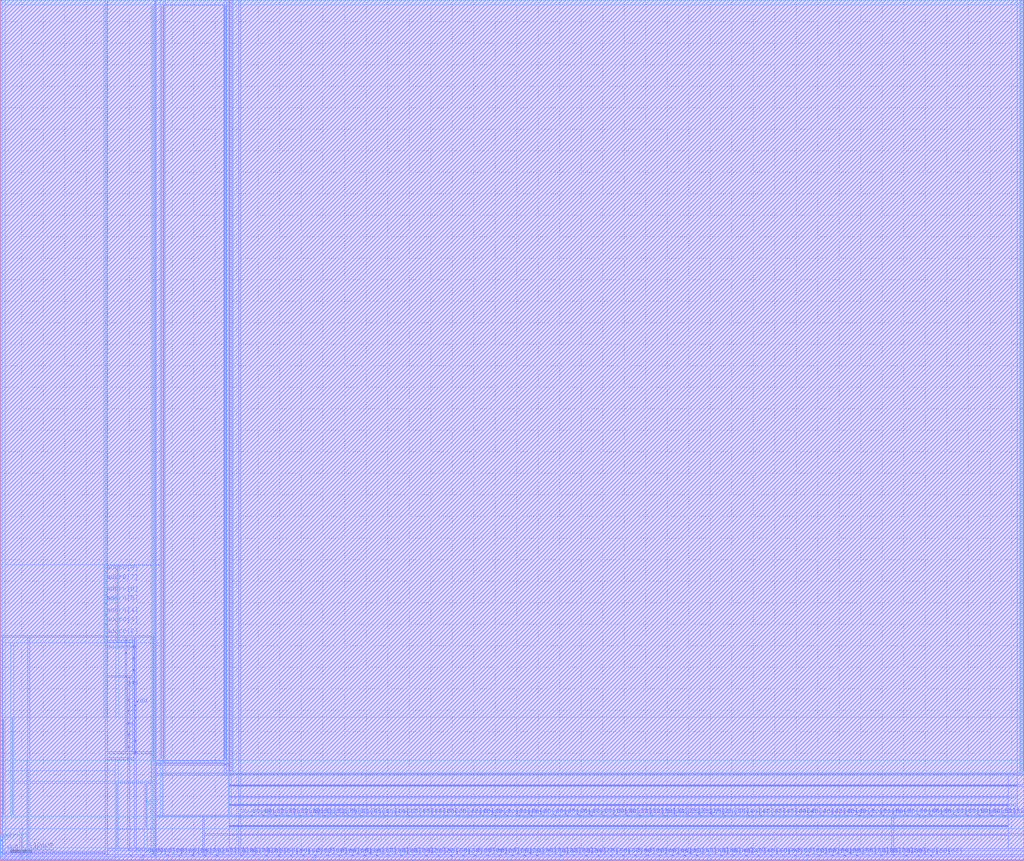
<source format=lef>
VERSION 5.4 ;
NAMESCASESENSITIVE ON ;
BUSBITCHARS "[]" ;
DIVIDERCHAR "/" ;
UNITS
  DATABASE MICRONS 2000 ;
END UNITS
MACRO freepdk45_sram_1rw0r_512x64
   CLASS BLOCK ;
   SIZE 237.95 BY 200.0775 ;
   SYMMETRY X Y R90 ;
   PIN din0[0]
      DIRECTION INPUT ;
      PORT
         LAYER metal3 ;
         RECT  36.015 1.105 36.15 1.24 ;
      END
   END din0[0]
   PIN din0[1]
      DIRECTION INPUT ;
      PORT
         LAYER metal3 ;
         RECT  38.875 1.105 39.01 1.24 ;
      END
   END din0[1]
   PIN din0[2]
      DIRECTION INPUT ;
      PORT
         LAYER metal3 ;
         RECT  41.735 1.105 41.87 1.24 ;
      END
   END din0[2]
   PIN din0[3]
      DIRECTION INPUT ;
      PORT
         LAYER metal3 ;
         RECT  44.595 1.105 44.73 1.24 ;
      END
   END din0[3]
   PIN din0[4]
      DIRECTION INPUT ;
      PORT
         LAYER metal3 ;
         RECT  47.455 1.105 47.59 1.24 ;
      END
   END din0[4]
   PIN din0[5]
      DIRECTION INPUT ;
      PORT
         LAYER metal3 ;
         RECT  50.315 1.105 50.45 1.24 ;
      END
   END din0[5]
   PIN din0[6]
      DIRECTION INPUT ;
      PORT
         LAYER metal3 ;
         RECT  53.175 1.105 53.31 1.24 ;
      END
   END din0[6]
   PIN din0[7]
      DIRECTION INPUT ;
      PORT
         LAYER metal3 ;
         RECT  56.035 1.105 56.17 1.24 ;
      END
   END din0[7]
   PIN din0[8]
      DIRECTION INPUT ;
      PORT
         LAYER metal3 ;
         RECT  58.895 1.105 59.03 1.24 ;
      END
   END din0[8]
   PIN din0[9]
      DIRECTION INPUT ;
      PORT
         LAYER metal3 ;
         RECT  61.755 1.105 61.89 1.24 ;
      END
   END din0[9]
   PIN din0[10]
      DIRECTION INPUT ;
      PORT
         LAYER metal3 ;
         RECT  64.615 1.105 64.75 1.24 ;
      END
   END din0[10]
   PIN din0[11]
      DIRECTION INPUT ;
      PORT
         LAYER metal3 ;
         RECT  67.475 1.105 67.61 1.24 ;
      END
   END din0[11]
   PIN din0[12]
      DIRECTION INPUT ;
      PORT
         LAYER metal3 ;
         RECT  70.335 1.105 70.47 1.24 ;
      END
   END din0[12]
   PIN din0[13]
      DIRECTION INPUT ;
      PORT
         LAYER metal3 ;
         RECT  73.195 1.105 73.33 1.24 ;
      END
   END din0[13]
   PIN din0[14]
      DIRECTION INPUT ;
      PORT
         LAYER metal3 ;
         RECT  76.055 1.105 76.19 1.24 ;
      END
   END din0[14]
   PIN din0[15]
      DIRECTION INPUT ;
      PORT
         LAYER metal3 ;
         RECT  78.915 1.105 79.05 1.24 ;
      END
   END din0[15]
   PIN din0[16]
      DIRECTION INPUT ;
      PORT
         LAYER metal3 ;
         RECT  81.775 1.105 81.91 1.24 ;
      END
   END din0[16]
   PIN din0[17]
      DIRECTION INPUT ;
      PORT
         LAYER metal3 ;
         RECT  84.635 1.105 84.77 1.24 ;
      END
   END din0[17]
   PIN din0[18]
      DIRECTION INPUT ;
      PORT
         LAYER metal3 ;
         RECT  87.495 1.105 87.63 1.24 ;
      END
   END din0[18]
   PIN din0[19]
      DIRECTION INPUT ;
      PORT
         LAYER metal3 ;
         RECT  90.355 1.105 90.49 1.24 ;
      END
   END din0[19]
   PIN din0[20]
      DIRECTION INPUT ;
      PORT
         LAYER metal3 ;
         RECT  93.215 1.105 93.35 1.24 ;
      END
   END din0[20]
   PIN din0[21]
      DIRECTION INPUT ;
      PORT
         LAYER metal3 ;
         RECT  96.075 1.105 96.21 1.24 ;
      END
   END din0[21]
   PIN din0[22]
      DIRECTION INPUT ;
      PORT
         LAYER metal3 ;
         RECT  98.935 1.105 99.07 1.24 ;
      END
   END din0[22]
   PIN din0[23]
      DIRECTION INPUT ;
      PORT
         LAYER metal3 ;
         RECT  101.795 1.105 101.93 1.24 ;
      END
   END din0[23]
   PIN din0[24]
      DIRECTION INPUT ;
      PORT
         LAYER metal3 ;
         RECT  104.655 1.105 104.79 1.24 ;
      END
   END din0[24]
   PIN din0[25]
      DIRECTION INPUT ;
      PORT
         LAYER metal3 ;
         RECT  107.515 1.105 107.65 1.24 ;
      END
   END din0[25]
   PIN din0[26]
      DIRECTION INPUT ;
      PORT
         LAYER metal3 ;
         RECT  110.375 1.105 110.51 1.24 ;
      END
   END din0[26]
   PIN din0[27]
      DIRECTION INPUT ;
      PORT
         LAYER metal3 ;
         RECT  113.235 1.105 113.37 1.24 ;
      END
   END din0[27]
   PIN din0[28]
      DIRECTION INPUT ;
      PORT
         LAYER metal3 ;
         RECT  116.095 1.105 116.23 1.24 ;
      END
   END din0[28]
   PIN din0[29]
      DIRECTION INPUT ;
      PORT
         LAYER metal3 ;
         RECT  118.955 1.105 119.09 1.24 ;
      END
   END din0[29]
   PIN din0[30]
      DIRECTION INPUT ;
      PORT
         LAYER metal3 ;
         RECT  121.815 1.105 121.95 1.24 ;
      END
   END din0[30]
   PIN din0[31]
      DIRECTION INPUT ;
      PORT
         LAYER metal3 ;
         RECT  124.675 1.105 124.81 1.24 ;
      END
   END din0[31]
   PIN din0[32]
      DIRECTION INPUT ;
      PORT
         LAYER metal3 ;
         RECT  127.535 1.105 127.67 1.24 ;
      END
   END din0[32]
   PIN din0[33]
      DIRECTION INPUT ;
      PORT
         LAYER metal3 ;
         RECT  130.395 1.105 130.53 1.24 ;
      END
   END din0[33]
   PIN din0[34]
      DIRECTION INPUT ;
      PORT
         LAYER metal3 ;
         RECT  133.255 1.105 133.39 1.24 ;
      END
   END din0[34]
   PIN din0[35]
      DIRECTION INPUT ;
      PORT
         LAYER metal3 ;
         RECT  136.115 1.105 136.25 1.24 ;
      END
   END din0[35]
   PIN din0[36]
      DIRECTION INPUT ;
      PORT
         LAYER metal3 ;
         RECT  138.975 1.105 139.11 1.24 ;
      END
   END din0[36]
   PIN din0[37]
      DIRECTION INPUT ;
      PORT
         LAYER metal3 ;
         RECT  141.835 1.105 141.97 1.24 ;
      END
   END din0[37]
   PIN din0[38]
      DIRECTION INPUT ;
      PORT
         LAYER metal3 ;
         RECT  144.695 1.105 144.83 1.24 ;
      END
   END din0[38]
   PIN din0[39]
      DIRECTION INPUT ;
      PORT
         LAYER metal3 ;
         RECT  147.555 1.105 147.69 1.24 ;
      END
   END din0[39]
   PIN din0[40]
      DIRECTION INPUT ;
      PORT
         LAYER metal3 ;
         RECT  150.415 1.105 150.55 1.24 ;
      END
   END din0[40]
   PIN din0[41]
      DIRECTION INPUT ;
      PORT
         LAYER metal3 ;
         RECT  153.275 1.105 153.41 1.24 ;
      END
   END din0[41]
   PIN din0[42]
      DIRECTION INPUT ;
      PORT
         LAYER metal3 ;
         RECT  156.135 1.105 156.27 1.24 ;
      END
   END din0[42]
   PIN din0[43]
      DIRECTION INPUT ;
      PORT
         LAYER metal3 ;
         RECT  158.995 1.105 159.13 1.24 ;
      END
   END din0[43]
   PIN din0[44]
      DIRECTION INPUT ;
      PORT
         LAYER metal3 ;
         RECT  161.855 1.105 161.99 1.24 ;
      END
   END din0[44]
   PIN din0[45]
      DIRECTION INPUT ;
      PORT
         LAYER metal3 ;
         RECT  164.715 1.105 164.85 1.24 ;
      END
   END din0[45]
   PIN din0[46]
      DIRECTION INPUT ;
      PORT
         LAYER metal3 ;
         RECT  167.575 1.105 167.71 1.24 ;
      END
   END din0[46]
   PIN din0[47]
      DIRECTION INPUT ;
      PORT
         LAYER metal3 ;
         RECT  170.435 1.105 170.57 1.24 ;
      END
   END din0[47]
   PIN din0[48]
      DIRECTION INPUT ;
      PORT
         LAYER metal3 ;
         RECT  173.295 1.105 173.43 1.24 ;
      END
   END din0[48]
   PIN din0[49]
      DIRECTION INPUT ;
      PORT
         LAYER metal3 ;
         RECT  176.155 1.105 176.29 1.24 ;
      END
   END din0[49]
   PIN din0[50]
      DIRECTION INPUT ;
      PORT
         LAYER metal3 ;
         RECT  179.015 1.105 179.15 1.24 ;
      END
   END din0[50]
   PIN din0[51]
      DIRECTION INPUT ;
      PORT
         LAYER metal3 ;
         RECT  181.875 1.105 182.01 1.24 ;
      END
   END din0[51]
   PIN din0[52]
      DIRECTION INPUT ;
      PORT
         LAYER metal3 ;
         RECT  184.735 1.105 184.87 1.24 ;
      END
   END din0[52]
   PIN din0[53]
      DIRECTION INPUT ;
      PORT
         LAYER metal3 ;
         RECT  187.595 1.105 187.73 1.24 ;
      END
   END din0[53]
   PIN din0[54]
      DIRECTION INPUT ;
      PORT
         LAYER metal3 ;
         RECT  190.455 1.105 190.59 1.24 ;
      END
   END din0[54]
   PIN din0[55]
      DIRECTION INPUT ;
      PORT
         LAYER metal3 ;
         RECT  193.315 1.105 193.45 1.24 ;
      END
   END din0[55]
   PIN din0[56]
      DIRECTION INPUT ;
      PORT
         LAYER metal3 ;
         RECT  196.175 1.105 196.31 1.24 ;
      END
   END din0[56]
   PIN din0[57]
      DIRECTION INPUT ;
      PORT
         LAYER metal3 ;
         RECT  199.035 1.105 199.17 1.24 ;
      END
   END din0[57]
   PIN din0[58]
      DIRECTION INPUT ;
      PORT
         LAYER metal3 ;
         RECT  201.895 1.105 202.03 1.24 ;
      END
   END din0[58]
   PIN din0[59]
      DIRECTION INPUT ;
      PORT
         LAYER metal3 ;
         RECT  204.755 1.105 204.89 1.24 ;
      END
   END din0[59]
   PIN din0[60]
      DIRECTION INPUT ;
      PORT
         LAYER metal3 ;
         RECT  207.615 1.105 207.75 1.24 ;
      END
   END din0[60]
   PIN din0[61]
      DIRECTION INPUT ;
      PORT
         LAYER metal3 ;
         RECT  210.475 1.105 210.61 1.24 ;
      END
   END din0[61]
   PIN din0[62]
      DIRECTION INPUT ;
      PORT
         LAYER metal3 ;
         RECT  213.335 1.105 213.47 1.24 ;
      END
   END din0[62]
   PIN din0[63]
      DIRECTION INPUT ;
      PORT
         LAYER metal3 ;
         RECT  216.195 1.105 216.33 1.24 ;
      END
   END din0[63]
   PIN addr0[0]
      DIRECTION INPUT ;
      PORT
         LAYER metal3 ;
         RECT  30.295 1.105 30.43 1.24 ;
      END
   END addr0[0]
   PIN addr0[1]
      DIRECTION INPUT ;
      PORT
         LAYER metal3 ;
         RECT  33.155 1.105 33.29 1.24 ;
      END
   END addr0[1]
   PIN addr0[2]
      DIRECTION INPUT ;
      PORT
         LAYER metal3 ;
         RECT  24.575 52.065 24.71 52.2 ;
      END
   END addr0[2]
   PIN addr0[3]
      DIRECTION INPUT ;
      PORT
         LAYER metal3 ;
         RECT  24.575 54.795 24.71 54.93 ;
      END
   END addr0[3]
   PIN addr0[4]
      DIRECTION INPUT ;
      PORT
         LAYER metal3 ;
         RECT  24.575 57.005 24.71 57.14 ;
      END
   END addr0[4]
   PIN addr0[5]
      DIRECTION INPUT ;
      PORT
         LAYER metal3 ;
         RECT  24.575 59.735 24.71 59.87 ;
      END
   END addr0[5]
   PIN addr0[6]
      DIRECTION INPUT ;
      PORT
         LAYER metal3 ;
         RECT  24.575 61.945 24.71 62.08 ;
      END
   END addr0[6]
   PIN addr0[7]
      DIRECTION INPUT ;
      PORT
         LAYER metal3 ;
         RECT  24.575 64.675 24.71 64.81 ;
      END
   END addr0[7]
   PIN addr0[8]
      DIRECTION INPUT ;
      PORT
         LAYER metal3 ;
         RECT  24.575 66.885 24.71 67.02 ;
      END
   END addr0[8]
   PIN csb0
      DIRECTION INPUT ;
      PORT
         LAYER metal3 ;
         RECT  0.285 1.885 0.42 2.02 ;
      END
   END csb0
   PIN web0
      DIRECTION INPUT ;
      PORT
         LAYER metal3 ;
         RECT  0.285 4.615 0.42 4.75 ;
      END
   END web0
   PIN clk0
      DIRECTION INPUT ;
      PORT
         LAYER metal3 ;
         RECT  6.5275 1.97 6.6625 2.105 ;
      END
   END clk0
   PIN dout0[0]
      DIRECTION OUTPUT ;
      PORT
         LAYER metal3 ;
         RECT  55.6025 10.3175 55.7375 10.4525 ;
      END
   END dout0[0]
   PIN dout0[1]
      DIRECTION OUTPUT ;
      PORT
         LAYER metal3 ;
         RECT  58.4225 10.3175 58.5575 10.4525 ;
      END
   END dout0[1]
   PIN dout0[2]
      DIRECTION OUTPUT ;
      PORT
         LAYER metal3 ;
         RECT  61.2425 10.3175 61.3775 10.4525 ;
      END
   END dout0[2]
   PIN dout0[3]
      DIRECTION OUTPUT ;
      PORT
         LAYER metal3 ;
         RECT  64.0625 10.3175 64.1975 10.4525 ;
      END
   END dout0[3]
   PIN dout0[4]
      DIRECTION OUTPUT ;
      PORT
         LAYER metal3 ;
         RECT  66.8825 10.3175 67.0175 10.4525 ;
      END
   END dout0[4]
   PIN dout0[5]
      DIRECTION OUTPUT ;
      PORT
         LAYER metal3 ;
         RECT  69.7025 10.3175 69.8375 10.4525 ;
      END
   END dout0[5]
   PIN dout0[6]
      DIRECTION OUTPUT ;
      PORT
         LAYER metal3 ;
         RECT  72.5225 10.3175 72.6575 10.4525 ;
      END
   END dout0[6]
   PIN dout0[7]
      DIRECTION OUTPUT ;
      PORT
         LAYER metal3 ;
         RECT  75.3425 10.3175 75.4775 10.4525 ;
      END
   END dout0[7]
   PIN dout0[8]
      DIRECTION OUTPUT ;
      PORT
         LAYER metal3 ;
         RECT  78.1625 10.3175 78.2975 10.4525 ;
      END
   END dout0[8]
   PIN dout0[9]
      DIRECTION OUTPUT ;
      PORT
         LAYER metal3 ;
         RECT  80.9825 10.3175 81.1175 10.4525 ;
      END
   END dout0[9]
   PIN dout0[10]
      DIRECTION OUTPUT ;
      PORT
         LAYER metal3 ;
         RECT  83.8025 10.3175 83.9375 10.4525 ;
      END
   END dout0[10]
   PIN dout0[11]
      DIRECTION OUTPUT ;
      PORT
         LAYER metal3 ;
         RECT  86.6225 10.3175 86.7575 10.4525 ;
      END
   END dout0[11]
   PIN dout0[12]
      DIRECTION OUTPUT ;
      PORT
         LAYER metal3 ;
         RECT  89.4425 10.3175 89.5775 10.4525 ;
      END
   END dout0[12]
   PIN dout0[13]
      DIRECTION OUTPUT ;
      PORT
         LAYER metal3 ;
         RECT  92.2625 10.3175 92.3975 10.4525 ;
      END
   END dout0[13]
   PIN dout0[14]
      DIRECTION OUTPUT ;
      PORT
         LAYER metal3 ;
         RECT  95.0825 10.3175 95.2175 10.4525 ;
      END
   END dout0[14]
   PIN dout0[15]
      DIRECTION OUTPUT ;
      PORT
         LAYER metal3 ;
         RECT  97.9025 10.3175 98.0375 10.4525 ;
      END
   END dout0[15]
   PIN dout0[16]
      DIRECTION OUTPUT ;
      PORT
         LAYER metal3 ;
         RECT  100.7225 10.3175 100.8575 10.4525 ;
      END
   END dout0[16]
   PIN dout0[17]
      DIRECTION OUTPUT ;
      PORT
         LAYER metal3 ;
         RECT  103.5425 10.3175 103.6775 10.4525 ;
      END
   END dout0[17]
   PIN dout0[18]
      DIRECTION OUTPUT ;
      PORT
         LAYER metal3 ;
         RECT  106.3625 10.3175 106.4975 10.4525 ;
      END
   END dout0[18]
   PIN dout0[19]
      DIRECTION OUTPUT ;
      PORT
         LAYER metal3 ;
         RECT  109.1825 10.3175 109.3175 10.4525 ;
      END
   END dout0[19]
   PIN dout0[20]
      DIRECTION OUTPUT ;
      PORT
         LAYER metal3 ;
         RECT  112.0025 10.3175 112.1375 10.4525 ;
      END
   END dout0[20]
   PIN dout0[21]
      DIRECTION OUTPUT ;
      PORT
         LAYER metal3 ;
         RECT  114.8225 10.3175 114.9575 10.4525 ;
      END
   END dout0[21]
   PIN dout0[22]
      DIRECTION OUTPUT ;
      PORT
         LAYER metal3 ;
         RECT  117.6425 10.3175 117.7775 10.4525 ;
      END
   END dout0[22]
   PIN dout0[23]
      DIRECTION OUTPUT ;
      PORT
         LAYER metal3 ;
         RECT  120.4625 10.3175 120.5975 10.4525 ;
      END
   END dout0[23]
   PIN dout0[24]
      DIRECTION OUTPUT ;
      PORT
         LAYER metal3 ;
         RECT  123.2825 10.3175 123.4175 10.4525 ;
      END
   END dout0[24]
   PIN dout0[25]
      DIRECTION OUTPUT ;
      PORT
         LAYER metal3 ;
         RECT  126.1025 10.3175 126.2375 10.4525 ;
      END
   END dout0[25]
   PIN dout0[26]
      DIRECTION OUTPUT ;
      PORT
         LAYER metal3 ;
         RECT  128.9225 10.3175 129.0575 10.4525 ;
      END
   END dout0[26]
   PIN dout0[27]
      DIRECTION OUTPUT ;
      PORT
         LAYER metal3 ;
         RECT  131.7425 10.3175 131.8775 10.4525 ;
      END
   END dout0[27]
   PIN dout0[28]
      DIRECTION OUTPUT ;
      PORT
         LAYER metal3 ;
         RECT  134.5625 10.3175 134.6975 10.4525 ;
      END
   END dout0[28]
   PIN dout0[29]
      DIRECTION OUTPUT ;
      PORT
         LAYER metal3 ;
         RECT  137.3825 10.3175 137.5175 10.4525 ;
      END
   END dout0[29]
   PIN dout0[30]
      DIRECTION OUTPUT ;
      PORT
         LAYER metal3 ;
         RECT  140.2025 10.3175 140.3375 10.4525 ;
      END
   END dout0[30]
   PIN dout0[31]
      DIRECTION OUTPUT ;
      PORT
         LAYER metal3 ;
         RECT  143.0225 10.3175 143.1575 10.4525 ;
      END
   END dout0[31]
   PIN dout0[32]
      DIRECTION OUTPUT ;
      PORT
         LAYER metal3 ;
         RECT  145.8425 10.3175 145.9775 10.4525 ;
      END
   END dout0[32]
   PIN dout0[33]
      DIRECTION OUTPUT ;
      PORT
         LAYER metal3 ;
         RECT  148.6625 10.3175 148.7975 10.4525 ;
      END
   END dout0[33]
   PIN dout0[34]
      DIRECTION OUTPUT ;
      PORT
         LAYER metal3 ;
         RECT  151.4825 10.3175 151.6175 10.4525 ;
      END
   END dout0[34]
   PIN dout0[35]
      DIRECTION OUTPUT ;
      PORT
         LAYER metal3 ;
         RECT  154.3025 10.3175 154.4375 10.4525 ;
      END
   END dout0[35]
   PIN dout0[36]
      DIRECTION OUTPUT ;
      PORT
         LAYER metal3 ;
         RECT  157.1225 10.3175 157.2575 10.4525 ;
      END
   END dout0[36]
   PIN dout0[37]
      DIRECTION OUTPUT ;
      PORT
         LAYER metal3 ;
         RECT  159.9425 10.3175 160.0775 10.4525 ;
      END
   END dout0[37]
   PIN dout0[38]
      DIRECTION OUTPUT ;
      PORT
         LAYER metal3 ;
         RECT  162.7625 10.3175 162.8975 10.4525 ;
      END
   END dout0[38]
   PIN dout0[39]
      DIRECTION OUTPUT ;
      PORT
         LAYER metal3 ;
         RECT  165.5825 10.3175 165.7175 10.4525 ;
      END
   END dout0[39]
   PIN dout0[40]
      DIRECTION OUTPUT ;
      PORT
         LAYER metal3 ;
         RECT  168.4025 10.3175 168.5375 10.4525 ;
      END
   END dout0[40]
   PIN dout0[41]
      DIRECTION OUTPUT ;
      PORT
         LAYER metal3 ;
         RECT  171.2225 10.3175 171.3575 10.4525 ;
      END
   END dout0[41]
   PIN dout0[42]
      DIRECTION OUTPUT ;
      PORT
         LAYER metal3 ;
         RECT  174.0425 10.3175 174.1775 10.4525 ;
      END
   END dout0[42]
   PIN dout0[43]
      DIRECTION OUTPUT ;
      PORT
         LAYER metal3 ;
         RECT  176.8625 10.3175 176.9975 10.4525 ;
      END
   END dout0[43]
   PIN dout0[44]
      DIRECTION OUTPUT ;
      PORT
         LAYER metal3 ;
         RECT  179.6825 10.3175 179.8175 10.4525 ;
      END
   END dout0[44]
   PIN dout0[45]
      DIRECTION OUTPUT ;
      PORT
         LAYER metal3 ;
         RECT  182.5025 10.3175 182.6375 10.4525 ;
      END
   END dout0[45]
   PIN dout0[46]
      DIRECTION OUTPUT ;
      PORT
         LAYER metal3 ;
         RECT  185.3225 10.3175 185.4575 10.4525 ;
      END
   END dout0[46]
   PIN dout0[47]
      DIRECTION OUTPUT ;
      PORT
         LAYER metal3 ;
         RECT  188.1425 10.3175 188.2775 10.4525 ;
      END
   END dout0[47]
   PIN dout0[48]
      DIRECTION OUTPUT ;
      PORT
         LAYER metal3 ;
         RECT  190.9625 10.3175 191.0975 10.4525 ;
      END
   END dout0[48]
   PIN dout0[49]
      DIRECTION OUTPUT ;
      PORT
         LAYER metal3 ;
         RECT  193.7825 10.3175 193.9175 10.4525 ;
      END
   END dout0[49]
   PIN dout0[50]
      DIRECTION OUTPUT ;
      PORT
         LAYER metal3 ;
         RECT  196.6025 10.3175 196.7375 10.4525 ;
      END
   END dout0[50]
   PIN dout0[51]
      DIRECTION OUTPUT ;
      PORT
         LAYER metal3 ;
         RECT  199.4225 10.3175 199.5575 10.4525 ;
      END
   END dout0[51]
   PIN dout0[52]
      DIRECTION OUTPUT ;
      PORT
         LAYER metal3 ;
         RECT  202.2425 10.3175 202.3775 10.4525 ;
      END
   END dout0[52]
   PIN dout0[53]
      DIRECTION OUTPUT ;
      PORT
         LAYER metal3 ;
         RECT  205.0625 10.3175 205.1975 10.4525 ;
      END
   END dout0[53]
   PIN dout0[54]
      DIRECTION OUTPUT ;
      PORT
         LAYER metal3 ;
         RECT  207.8825 10.3175 208.0175 10.4525 ;
      END
   END dout0[54]
   PIN dout0[55]
      DIRECTION OUTPUT ;
      PORT
         LAYER metal3 ;
         RECT  210.7025 10.3175 210.8375 10.4525 ;
      END
   END dout0[55]
   PIN dout0[56]
      DIRECTION OUTPUT ;
      PORT
         LAYER metal3 ;
         RECT  213.5225 10.3175 213.6575 10.4525 ;
      END
   END dout0[56]
   PIN dout0[57]
      DIRECTION OUTPUT ;
      PORT
         LAYER metal3 ;
         RECT  216.3425 10.3175 216.4775 10.4525 ;
      END
   END dout0[57]
   PIN dout0[58]
      DIRECTION OUTPUT ;
      PORT
         LAYER metal3 ;
         RECT  219.1625 10.3175 219.2975 10.4525 ;
      END
   END dout0[58]
   PIN dout0[59]
      DIRECTION OUTPUT ;
      PORT
         LAYER metal3 ;
         RECT  221.9825 10.3175 222.1175 10.4525 ;
      END
   END dout0[59]
   PIN dout0[60]
      DIRECTION OUTPUT ;
      PORT
         LAYER metal3 ;
         RECT  224.8025 10.3175 224.9375 10.4525 ;
      END
   END dout0[60]
   PIN dout0[61]
      DIRECTION OUTPUT ;
      PORT
         LAYER metal3 ;
         RECT  227.6225 10.3175 227.7575 10.4525 ;
      END
   END dout0[61]
   PIN dout0[62]
      DIRECTION OUTPUT ;
      PORT
         LAYER metal3 ;
         RECT  230.4425 10.3175 230.5775 10.4525 ;
      END
   END dout0[62]
   PIN dout0[63]
      DIRECTION OUTPUT ;
      PORT
         LAYER metal3 ;
         RECT  233.2625 10.3175 233.3975 10.4525 ;
      END
   END dout0[63]
   PIN vdd
      DIRECTION INOUT ;
      USE POWER ; 
      SHAPE ABUTMENT ; 
      PORT
         LAYER metal4 ;
         RECT  0.6875 10.625 0.8275 33.0275 ;
         LAYER metal3 ;
         RECT  35.7325 2.47 35.8675 2.605 ;
         LAYER metal3 ;
         RECT  207.3325 2.47 207.4675 2.605 ;
         LAYER metal4 ;
         RECT  37.41 23.6575 37.55 198.5875 ;
         LAYER metal3 ;
         RECT  31.2975 25.025 31.4325 25.16 ;
         LAYER metal3 ;
         RECT  138.6925 2.47 138.8275 2.605 ;
         LAYER metal3 ;
         RECT  92.9325 2.47 93.0675 2.605 ;
         LAYER metal3 ;
         RECT  30.9525 49.595 31.0875 49.73 ;
         LAYER metal4 ;
         RECT  53.29 20.7475 53.43 199.8125 ;
         LAYER metal4 ;
         RECT  237.615 20.7475 237.755 199.8125 ;
         LAYER metal3 ;
         RECT  53.3575 20.0525 236.1825 20.1225 ;
         LAYER metal3 ;
         RECT  52.2125 22.295 52.3475 22.43 ;
         LAYER metal3 ;
         RECT  70.0525 2.47 70.1875 2.605 ;
         LAYER metal3 ;
         RECT  195.8925 2.47 196.0275 2.605 ;
         LAYER metal3 ;
         RECT  38.03 22.9525 38.165 23.0875 ;
         LAYER metal3 ;
         RECT  161.5725 2.47 161.7075 2.605 ;
         LAYER metal3 ;
         RECT  58.6125 2.47 58.7475 2.605 ;
         LAYER metal4 ;
         RECT  35.425 7.71 35.565 17.73 ;
         LAYER metal3 ;
         RECT  31.2975 33.215 31.4325 33.35 ;
         LAYER metal3 ;
         RECT  30.9525 41.405 31.0875 41.54 ;
         LAYER metal4 ;
         RECT  0.0 0.7775 0.14 5.8575 ;
         LAYER metal3 ;
         RECT  81.4925 2.47 81.6275 2.605 ;
         LAYER metal3 ;
         RECT  184.4525 2.47 184.5875 2.605 ;
         LAYER metal3 ;
         RECT  30.9525 44.135 31.0875 44.27 ;
         LAYER metal3 ;
         RECT  31.2975 27.755 31.4325 27.89 ;
         LAYER metal3 ;
         RECT  127.2525 2.47 127.3875 2.605 ;
         LAYER metal3 ;
         RECT  30.9525 46.865 31.0875 47.0 ;
         LAYER metal3 ;
         RECT  173.0125 2.47 173.1475 2.605 ;
         LAYER metal3 ;
         RECT  47.1725 2.47 47.3075 2.605 ;
         LAYER metal3 ;
         RECT  115.8125 2.47 115.9475 2.605 ;
         LAYER metal4 ;
         RECT  27.01 3.2475 27.15 18.2075 ;
         LAYER metal3 ;
         RECT  104.3725 2.47 104.5075 2.605 ;
         LAYER metal3 ;
         RECT  53.3575 12.94 234.0675 13.01 ;
         LAYER metal3 ;
         RECT  150.1325 2.47 150.2675 2.605 ;
         LAYER metal3 ;
         RECT  53.3575 6.0125 234.0675 6.0825 ;
         LAYER metal3 ;
         RECT  30.0125 2.47 30.1475 2.605 ;
         LAYER metal3 ;
         RECT  31.2975 35.945 31.4325 36.08 ;
         LAYER metal4 ;
         RECT  52.21 23.6575 52.35 198.5175 ;
         LAYER metal4 ;
         RECT  24.29 50.9575 24.43 68.4525 ;
      END
   END vdd
   PIN gnd
      DIRECTION INOUT ;
      USE GROUND ; 
      SHAPE ABUTMENT ; 
      PORT
         LAYER metal3 ;
         RECT  72.9125 0.0 73.0475 0.135 ;
         LAYER metal4 ;
         RECT  6.385 0.7775 6.525 20.6775 ;
         LAYER metal3 ;
         RECT  61.4725 0.0 61.6075 0.135 ;
         LAYER metal3 ;
         RECT  95.7925 0.0 95.9275 0.135 ;
         LAYER metal3 ;
         RECT  118.6725 0.0 118.8075 0.135 ;
         LAYER metal3 ;
         RECT  187.3125 0.0 187.4475 0.135 ;
         LAYER metal3 ;
         RECT  152.9925 0.0 153.1275 0.135 ;
         LAYER metal4 ;
         RECT  53.75 20.7475 53.89 199.8125 ;
         LAYER metal3 ;
         RECT  29.145 42.77 29.28 42.905 ;
         LAYER metal3 ;
         RECT  198.7525 0.0 198.8875 0.135 ;
         LAYER metal3 ;
         RECT  53.3575 17.4325 236.215 17.5025 ;
         LAYER metal3 ;
         RECT  29.145 50.96 29.28 51.095 ;
         LAYER metal3 ;
         RECT  175.8725 0.0 176.0075 0.135 ;
         LAYER metal3 ;
         RECT  107.2325 0.0 107.3675 0.135 ;
         LAYER metal3 ;
         RECT  29.77 31.85 29.905 31.985 ;
         LAYER metal3 ;
         RECT  29.77 34.58 29.905 34.715 ;
         LAYER metal3 ;
         RECT  29.77 26.39 29.905 26.525 ;
         LAYER metal4 ;
         RECT  27.15 50.8925 27.29 68.3875 ;
         LAYER metal4 ;
         RECT  35.475 23.625 35.615 198.5875 ;
         LAYER metal3 ;
         RECT  164.4325 0.0 164.5675 0.135 ;
         LAYER metal4 ;
         RECT  4.845 0.7125 4.985 5.9225 ;
         LAYER metal3 ;
         RECT  141.5525 0.0 141.6875 0.135 ;
         LAYER metal3 ;
         RECT  29.145 48.23 29.28 48.365 ;
         LAYER metal4 ;
         RECT  37.97 23.625 38.11 198.55 ;
         LAYER metal4 ;
         RECT  237.155 20.7475 237.295 199.8125 ;
         LAYER metal3 ;
         RECT  50.0325 0.0 50.1675 0.135 ;
         LAYER metal3 ;
         RECT  53.3575 14.8325 234.1025 14.9025 ;
         LAYER metal3 ;
         RECT  84.3525 0.0 84.4875 0.135 ;
         LAYER metal3 ;
         RECT  32.8725 0.0 33.0075 0.135 ;
         LAYER metal3 ;
         RECT  53.3575 8.0625 234.0675 8.1325 ;
         LAYER metal3 ;
         RECT  29.77 23.66 29.905 23.795 ;
         LAYER metal3 ;
         RECT  130.1125 0.0 130.2475 0.135 ;
         LAYER metal3 ;
         RECT  29.77 37.31 29.905 37.445 ;
         LAYER metal3 ;
         RECT  210.1925 0.0 210.3275 0.135 ;
         LAYER metal4 ;
         RECT  2.75 10.6575 2.89 33.06 ;
         LAYER metal3 ;
         RECT  29.77 29.12 29.905 29.255 ;
         LAYER metal3 ;
         RECT  38.5925 0.0 38.7275 0.135 ;
         LAYER metal3 ;
         RECT  29.145 45.5 29.28 45.635 ;
         LAYER metal4 ;
         RECT  33.7625 7.6425 33.9025 17.7975 ;
         LAYER metal3 ;
         RECT  29.145 40.04 29.28 40.175 ;
      END
   END gnd
   OBS
   LAYER  metal1 ;
      RECT  0.14 0.14 237.81 199.9375 ;
   LAYER  metal2 ;
      RECT  0.14 0.14 237.81 199.9375 ;
   LAYER  metal3 ;
      RECT  35.875 0.14 36.29 0.965 ;
      RECT  36.29 0.965 38.735 1.38 ;
      RECT  39.15 0.965 41.595 1.38 ;
      RECT  42.01 0.965 44.455 1.38 ;
      RECT  44.87 0.965 47.315 1.38 ;
      RECT  47.73 0.965 50.175 1.38 ;
      RECT  50.59 0.965 53.035 1.38 ;
      RECT  53.45 0.965 55.895 1.38 ;
      RECT  56.31 0.965 58.755 1.38 ;
      RECT  59.17 0.965 61.615 1.38 ;
      RECT  62.03 0.965 64.475 1.38 ;
      RECT  64.89 0.965 67.335 1.38 ;
      RECT  67.75 0.965 70.195 1.38 ;
      RECT  70.61 0.965 73.055 1.38 ;
      RECT  73.47 0.965 75.915 1.38 ;
      RECT  76.33 0.965 78.775 1.38 ;
      RECT  79.19 0.965 81.635 1.38 ;
      RECT  82.05 0.965 84.495 1.38 ;
      RECT  84.91 0.965 87.355 1.38 ;
      RECT  87.77 0.965 90.215 1.38 ;
      RECT  90.63 0.965 93.075 1.38 ;
      RECT  93.49 0.965 95.935 1.38 ;
      RECT  96.35 0.965 98.795 1.38 ;
      RECT  99.21 0.965 101.655 1.38 ;
      RECT  102.07 0.965 104.515 1.38 ;
      RECT  104.93 0.965 107.375 1.38 ;
      RECT  107.79 0.965 110.235 1.38 ;
      RECT  110.65 0.965 113.095 1.38 ;
      RECT  113.51 0.965 115.955 1.38 ;
      RECT  116.37 0.965 118.815 1.38 ;
      RECT  119.23 0.965 121.675 1.38 ;
      RECT  122.09 0.965 124.535 1.38 ;
      RECT  124.95 0.965 127.395 1.38 ;
      RECT  127.81 0.965 130.255 1.38 ;
      RECT  130.67 0.965 133.115 1.38 ;
      RECT  133.53 0.965 135.975 1.38 ;
      RECT  136.39 0.965 138.835 1.38 ;
      RECT  139.25 0.965 141.695 1.38 ;
      RECT  142.11 0.965 144.555 1.38 ;
      RECT  144.97 0.965 147.415 1.38 ;
      RECT  147.83 0.965 150.275 1.38 ;
      RECT  150.69 0.965 153.135 1.38 ;
      RECT  153.55 0.965 155.995 1.38 ;
      RECT  156.41 0.965 158.855 1.38 ;
      RECT  159.27 0.965 161.715 1.38 ;
      RECT  162.13 0.965 164.575 1.38 ;
      RECT  164.99 0.965 167.435 1.38 ;
      RECT  167.85 0.965 170.295 1.38 ;
      RECT  170.71 0.965 173.155 1.38 ;
      RECT  173.57 0.965 176.015 1.38 ;
      RECT  176.43 0.965 178.875 1.38 ;
      RECT  179.29 0.965 181.735 1.38 ;
      RECT  182.15 0.965 184.595 1.38 ;
      RECT  185.01 0.965 187.455 1.38 ;
      RECT  187.87 0.965 190.315 1.38 ;
      RECT  190.73 0.965 193.175 1.38 ;
      RECT  193.59 0.965 196.035 1.38 ;
      RECT  196.45 0.965 198.895 1.38 ;
      RECT  199.31 0.965 201.755 1.38 ;
      RECT  202.17 0.965 204.615 1.38 ;
      RECT  205.03 0.965 207.475 1.38 ;
      RECT  207.89 0.965 210.335 1.38 ;
      RECT  210.75 0.965 213.195 1.38 ;
      RECT  213.61 0.965 216.055 1.38 ;
      RECT  216.47 0.965 237.81 1.38 ;
      RECT  0.14 0.965 30.155 1.38 ;
      RECT  30.57 0.965 33.015 1.38 ;
      RECT  33.43 0.965 35.875 1.38 ;
      RECT  0.14 51.925 24.435 52.34 ;
      RECT  0.14 52.34 24.435 199.9375 ;
      RECT  24.435 1.38 24.85 51.925 ;
      RECT  24.85 51.925 35.875 52.34 ;
      RECT  24.85 52.34 35.875 199.9375 ;
      RECT  24.435 52.34 24.85 54.655 ;
      RECT  24.435 55.07 24.85 56.865 ;
      RECT  24.435 57.28 24.85 59.595 ;
      RECT  24.435 60.01 24.85 61.805 ;
      RECT  24.435 62.22 24.85 64.535 ;
      RECT  24.435 64.95 24.85 66.745 ;
      RECT  24.435 67.16 24.85 199.9375 ;
      RECT  0.14 1.38 0.145 1.745 ;
      RECT  0.14 1.745 0.145 2.16 ;
      RECT  0.14 2.16 0.145 51.925 ;
      RECT  0.145 1.38 0.56 1.745 ;
      RECT  0.56 1.38 24.435 1.745 ;
      RECT  0.145 2.16 0.56 4.475 ;
      RECT  0.145 4.89 0.56 51.925 ;
      RECT  0.56 1.745 6.3875 1.83 ;
      RECT  0.56 1.83 6.3875 2.16 ;
      RECT  6.3875 1.745 6.8025 1.83 ;
      RECT  6.8025 1.745 24.435 1.83 ;
      RECT  6.8025 1.83 24.435 2.16 ;
      RECT  0.56 2.16 6.3875 2.245 ;
      RECT  0.56 2.245 6.3875 51.925 ;
      RECT  6.3875 2.245 6.8025 51.925 ;
      RECT  6.8025 2.16 24.435 2.245 ;
      RECT  6.8025 2.245 24.435 51.925 ;
      RECT  36.29 10.1775 55.4625 10.5925 ;
      RECT  55.8775 10.1775 58.2825 10.5925 ;
      RECT  58.6975 10.1775 61.1025 10.5925 ;
      RECT  61.5175 10.1775 63.9225 10.5925 ;
      RECT  64.3375 10.1775 66.7425 10.5925 ;
      RECT  67.1575 10.1775 69.5625 10.5925 ;
      RECT  69.9775 10.1775 72.3825 10.5925 ;
      RECT  72.7975 10.1775 75.2025 10.5925 ;
      RECT  75.6175 10.1775 78.0225 10.5925 ;
      RECT  78.4375 10.1775 80.8425 10.5925 ;
      RECT  81.2575 10.1775 83.6625 10.5925 ;
      RECT  84.0775 10.1775 86.4825 10.5925 ;
      RECT  86.8975 10.1775 89.3025 10.5925 ;
      RECT  89.7175 10.1775 92.1225 10.5925 ;
      RECT  92.5375 10.1775 94.9425 10.5925 ;
      RECT  95.3575 10.1775 97.7625 10.5925 ;
      RECT  98.1775 10.1775 100.5825 10.5925 ;
      RECT  100.9975 10.1775 103.4025 10.5925 ;
      RECT  103.8175 10.1775 106.2225 10.5925 ;
      RECT  106.6375 10.1775 109.0425 10.5925 ;
      RECT  109.4575 10.1775 111.8625 10.5925 ;
      RECT  112.2775 10.1775 114.6825 10.5925 ;
      RECT  115.0975 10.1775 117.5025 10.5925 ;
      RECT  117.9175 10.1775 120.3225 10.5925 ;
      RECT  120.7375 10.1775 123.1425 10.5925 ;
      RECT  123.5575 10.1775 125.9625 10.5925 ;
      RECT  126.3775 10.1775 128.7825 10.5925 ;
      RECT  129.1975 10.1775 131.6025 10.5925 ;
      RECT  132.0175 10.1775 134.4225 10.5925 ;
      RECT  134.8375 10.1775 137.2425 10.5925 ;
      RECT  137.6575 10.1775 140.0625 10.5925 ;
      RECT  140.4775 10.1775 142.8825 10.5925 ;
      RECT  143.2975 10.1775 145.7025 10.5925 ;
      RECT  146.1175 10.1775 148.5225 10.5925 ;
      RECT  148.9375 10.1775 151.3425 10.5925 ;
      RECT  151.7575 10.1775 154.1625 10.5925 ;
      RECT  154.5775 10.1775 156.9825 10.5925 ;
      RECT  157.3975 10.1775 159.8025 10.5925 ;
      RECT  160.2175 10.1775 162.6225 10.5925 ;
      RECT  163.0375 10.1775 165.4425 10.5925 ;
      RECT  165.8575 10.1775 168.2625 10.5925 ;
      RECT  168.6775 10.1775 171.0825 10.5925 ;
      RECT  171.4975 10.1775 173.9025 10.5925 ;
      RECT  174.3175 10.1775 176.7225 10.5925 ;
      RECT  177.1375 10.1775 179.5425 10.5925 ;
      RECT  179.9575 10.1775 182.3625 10.5925 ;
      RECT  182.7775 10.1775 185.1825 10.5925 ;
      RECT  185.5975 10.1775 188.0025 10.5925 ;
      RECT  188.4175 10.1775 190.8225 10.5925 ;
      RECT  191.2375 10.1775 193.6425 10.5925 ;
      RECT  194.0575 10.1775 196.4625 10.5925 ;
      RECT  196.8775 10.1775 199.2825 10.5925 ;
      RECT  199.6975 10.1775 202.1025 10.5925 ;
      RECT  202.5175 10.1775 204.9225 10.5925 ;
      RECT  205.3375 10.1775 207.7425 10.5925 ;
      RECT  208.1575 10.1775 210.5625 10.5925 ;
      RECT  210.9775 10.1775 213.3825 10.5925 ;
      RECT  213.7975 10.1775 216.2025 10.5925 ;
      RECT  216.6175 10.1775 219.0225 10.5925 ;
      RECT  219.4375 10.1775 221.8425 10.5925 ;
      RECT  222.2575 10.1775 224.6625 10.5925 ;
      RECT  225.0775 10.1775 227.4825 10.5925 ;
      RECT  227.8975 10.1775 230.3025 10.5925 ;
      RECT  230.7175 10.1775 233.1225 10.5925 ;
      RECT  233.5375 10.1775 237.81 10.5925 ;
      RECT  35.875 1.38 36.0075 2.33 ;
      RECT  35.875 2.745 36.0075 199.9375 ;
      RECT  36.0075 1.38 36.29 2.33 ;
      RECT  36.0075 2.33 36.29 2.745 ;
      RECT  36.0075 2.745 36.29 199.9375 ;
      RECT  24.85 1.38 35.5925 2.33 ;
      RECT  35.5925 1.38 35.875 2.33 ;
      RECT  35.5925 2.745 35.875 51.925 ;
      RECT  55.8775 1.38 207.1925 2.33 ;
      RECT  207.1925 1.38 207.6075 2.33 ;
      RECT  207.6075 1.38 237.81 2.33 ;
      RECT  207.6075 2.33 237.81 2.745 ;
      RECT  24.85 24.885 31.1575 25.3 ;
      RECT  31.1575 2.745 31.5725 24.885 ;
      RECT  31.5725 2.745 35.5925 24.885 ;
      RECT  31.5725 24.885 35.5925 25.3 ;
      RECT  31.5725 25.3 35.5925 51.925 ;
      RECT  24.85 49.455 30.8125 49.87 ;
      RECT  30.8125 49.87 31.1575 51.925 ;
      RECT  31.1575 49.87 31.2275 51.925 ;
      RECT  31.2275 49.455 31.5725 49.87 ;
      RECT  31.2275 49.87 31.5725 51.925 ;
      RECT  36.29 10.5925 53.2175 19.9125 ;
      RECT  36.29 19.9125 53.2175 20.2625 ;
      RECT  53.2175 20.2625 55.4625 199.9375 ;
      RECT  55.4625 20.2625 55.8775 199.9375 ;
      RECT  55.8775 20.2625 236.3225 199.9375 ;
      RECT  236.3225 19.9125 237.81 20.2625 ;
      RECT  236.3225 20.2625 237.81 199.9375 ;
      RECT  36.29 20.2625 52.0725 22.155 ;
      RECT  36.29 22.155 52.0725 22.57 ;
      RECT  52.0725 20.2625 52.4875 22.155 ;
      RECT  52.0725 22.57 52.4875 199.9375 ;
      RECT  52.4875 20.2625 53.2175 22.155 ;
      RECT  52.4875 22.155 53.2175 22.57 ;
      RECT  52.4875 22.57 53.2175 199.9375 ;
      RECT  196.1675 2.33 207.1925 2.745 ;
      RECT  36.29 22.57 37.89 22.8125 ;
      RECT  36.29 22.8125 37.89 23.2275 ;
      RECT  36.29 23.2275 37.89 199.9375 ;
      RECT  37.89 22.57 38.305 22.8125 ;
      RECT  37.89 23.2275 38.305 199.9375 ;
      RECT  38.305 22.57 52.0725 22.8125 ;
      RECT  38.305 22.8125 52.0725 23.2275 ;
      RECT  38.305 23.2275 52.0725 199.9375 ;
      RECT  55.8775 2.33 58.4725 2.745 ;
      RECT  58.8875 2.33 69.9125 2.745 ;
      RECT  30.8125 25.3 31.1575 41.265 ;
      RECT  70.3275 2.33 81.3525 2.745 ;
      RECT  81.7675 2.33 92.7925 2.745 ;
      RECT  184.7275 2.33 195.7525 2.745 ;
      RECT  30.8125 41.68 31.1575 43.995 ;
      RECT  31.1575 41.68 31.2275 43.995 ;
      RECT  31.1575 25.3 31.2275 27.615 ;
      RECT  31.1575 28.03 31.2275 33.075 ;
      RECT  31.2275 25.3 31.5725 27.615 ;
      RECT  31.2275 28.03 31.5725 33.075 ;
      RECT  127.5275 2.33 138.5525 2.745 ;
      RECT  30.8125 44.41 31.1575 46.725 ;
      RECT  30.8125 47.14 31.1575 49.455 ;
      RECT  31.1575 44.41 31.2275 46.725 ;
      RECT  31.1575 47.14 31.2275 49.455 ;
      RECT  161.8475 2.33 172.8725 2.745 ;
      RECT  173.2875 2.33 184.3125 2.745 ;
      RECT  36.29 1.38 47.0325 2.33 ;
      RECT  36.29 2.33 47.0325 2.745 ;
      RECT  36.29 2.745 47.0325 10.1775 ;
      RECT  47.0325 1.38 47.4475 2.33 ;
      RECT  47.0325 2.745 47.4475 10.1775 ;
      RECT  47.4475 1.38 55.4625 2.33 ;
      RECT  47.4475 2.33 55.4625 2.745 ;
      RECT  116.0875 2.33 127.1125 2.745 ;
      RECT  93.2075 2.33 104.2325 2.745 ;
      RECT  104.6475 2.33 115.6725 2.745 ;
      RECT  53.2175 10.5925 55.4625 12.8 ;
      RECT  55.4625 10.5925 55.8775 12.8 ;
      RECT  55.8775 10.5925 234.2075 12.8 ;
      RECT  234.2075 10.5925 236.3225 12.8 ;
      RECT  234.2075 12.8 236.3225 13.15 ;
      RECT  138.9675 2.33 149.9925 2.745 ;
      RECT  150.4075 2.33 161.4325 2.745 ;
      RECT  55.4625 1.38 55.8775 5.8725 ;
      RECT  55.8775 2.745 207.1925 5.8725 ;
      RECT  207.1925 2.745 207.6075 5.8725 ;
      RECT  207.6075 2.745 234.2075 5.8725 ;
      RECT  234.2075 2.745 237.81 5.8725 ;
      RECT  234.2075 5.8725 237.81 6.2225 ;
      RECT  234.2075 6.2225 237.81 10.1775 ;
      RECT  47.4475 2.745 53.2175 5.8725 ;
      RECT  47.4475 5.8725 53.2175 6.2225 ;
      RECT  47.4475 6.2225 53.2175 10.1775 ;
      RECT  53.2175 2.745 55.4625 5.8725 ;
      RECT  24.85 2.33 29.8725 2.745 ;
      RECT  30.2875 2.33 35.5925 2.745 ;
      RECT  31.2275 33.49 31.5725 35.805 ;
      RECT  31.2275 36.22 31.5725 49.455 ;
      RECT  31.1575 33.49 31.2275 35.805 ;
      RECT  31.1575 36.22 31.2275 41.265 ;
      RECT  36.29 0.275 72.7725 0.965 ;
      RECT  72.7725 0.275 73.1875 0.965 ;
      RECT  73.1875 0.275 237.81 0.965 ;
      RECT  61.7475 0.14 72.7725 0.275 ;
      RECT  24.85 25.3 29.005 42.63 ;
      RECT  24.85 42.63 29.005 43.045 ;
      RECT  24.85 43.045 29.005 49.455 ;
      RECT  29.42 42.63 30.8125 43.045 ;
      RECT  29.42 43.045 30.8125 49.455 ;
      RECT  187.5875 0.14 198.6125 0.275 ;
      RECT  236.3225 10.5925 236.355 17.2925 ;
      RECT  236.3225 17.6425 236.355 19.9125 ;
      RECT  236.355 10.5925 237.81 17.2925 ;
      RECT  236.355 17.2925 237.81 17.6425 ;
      RECT  236.355 17.6425 237.81 19.9125 ;
      RECT  53.2175 17.6425 55.4625 19.9125 ;
      RECT  55.4625 17.6425 55.8775 19.9125 ;
      RECT  55.8775 17.6425 234.2075 19.9125 ;
      RECT  234.2075 17.6425 236.3225 19.9125 ;
      RECT  24.85 49.87 29.005 50.82 ;
      RECT  24.85 50.82 29.005 51.235 ;
      RECT  24.85 51.235 29.005 51.925 ;
      RECT  29.005 49.87 29.42 50.82 ;
      RECT  29.005 51.235 29.42 51.925 ;
      RECT  29.42 49.87 30.8125 50.82 ;
      RECT  29.42 50.82 30.8125 51.235 ;
      RECT  29.42 51.235 30.8125 51.925 ;
      RECT  176.1475 0.14 187.1725 0.275 ;
      RECT  96.0675 0.14 107.0925 0.275 ;
      RECT  107.5075 0.14 118.5325 0.275 ;
      RECT  29.42 25.3 29.63 31.71 ;
      RECT  29.42 31.71 29.63 32.125 ;
      RECT  29.42 32.125 29.63 42.63 ;
      RECT  30.045 25.3 30.8125 31.71 ;
      RECT  30.045 31.71 30.8125 32.125 ;
      RECT  30.045 32.125 30.8125 42.63 ;
      RECT  29.63 32.125 30.045 34.44 ;
      RECT  29.63 25.3 30.045 26.25 ;
      RECT  153.2675 0.14 164.2925 0.275 ;
      RECT  164.7075 0.14 175.7325 0.275 ;
      RECT  141.8275 0.14 152.8525 0.275 ;
      RECT  29.005 48.505 29.42 49.455 ;
      RECT  50.3075 0.14 61.3325 0.275 ;
      RECT  53.2175 13.15 55.4625 14.6925 ;
      RECT  53.2175 15.0425 55.4625 17.2925 ;
      RECT  55.4625 13.15 55.8775 14.6925 ;
      RECT  55.4625 15.0425 55.8775 17.2925 ;
      RECT  55.8775 13.15 234.2075 14.6925 ;
      RECT  55.8775 15.0425 234.2075 17.2925 ;
      RECT  234.2075 13.15 234.2425 14.6925 ;
      RECT  234.2075 15.0425 234.2425 17.2925 ;
      RECT  234.2425 13.15 236.3225 14.6925 ;
      RECT  234.2425 14.6925 236.3225 15.0425 ;
      RECT  234.2425 15.0425 236.3225 17.2925 ;
      RECT  73.1875 0.14 84.2125 0.275 ;
      RECT  84.6275 0.14 95.6525 0.275 ;
      RECT  0.14 0.14 32.7325 0.275 ;
      RECT  0.14 0.275 32.7325 0.965 ;
      RECT  32.7325 0.275 33.1475 0.965 ;
      RECT  33.1475 0.14 35.875 0.275 ;
      RECT  33.1475 0.275 35.875 0.965 ;
      RECT  55.4625 6.2225 55.8775 7.9225 ;
      RECT  55.4625 8.2725 55.8775 10.1775 ;
      RECT  55.8775 6.2225 207.1925 7.9225 ;
      RECT  55.8775 8.2725 207.1925 10.1775 ;
      RECT  207.1925 6.2225 207.6075 7.9225 ;
      RECT  207.1925 8.2725 207.6075 10.1775 ;
      RECT  207.6075 6.2225 234.2075 7.9225 ;
      RECT  207.6075 8.2725 234.2075 10.1775 ;
      RECT  53.2175 6.2225 55.4625 7.9225 ;
      RECT  53.2175 8.2725 55.4625 10.1775 ;
      RECT  24.85 2.745 29.63 23.52 ;
      RECT  24.85 23.52 29.63 23.935 ;
      RECT  24.85 23.935 29.63 24.885 ;
      RECT  29.63 2.745 30.045 23.52 ;
      RECT  29.63 23.935 30.045 24.885 ;
      RECT  30.045 2.745 31.1575 23.52 ;
      RECT  30.045 23.52 31.1575 23.935 ;
      RECT  30.045 23.935 31.1575 24.885 ;
      RECT  118.9475 0.14 129.9725 0.275 ;
      RECT  130.3875 0.14 141.4125 0.275 ;
      RECT  29.63 34.855 30.045 37.17 ;
      RECT  29.63 37.585 30.045 42.63 ;
      RECT  199.0275 0.14 210.0525 0.275 ;
      RECT  210.4675 0.14 237.81 0.275 ;
      RECT  29.63 26.665 30.045 28.98 ;
      RECT  29.63 29.395 30.045 31.71 ;
      RECT  36.29 0.14 38.4525 0.275 ;
      RECT  38.8675 0.14 49.8925 0.275 ;
      RECT  29.005 43.045 29.42 45.36 ;
      RECT  29.005 45.775 29.42 48.09 ;
      RECT  29.005 25.3 29.42 39.9 ;
      RECT  29.005 40.315 29.42 42.63 ;
   LAYER  metal4 ;
      RECT  0.14 10.345 0.4075 33.3075 ;
      RECT  0.14 33.3075 0.4075 199.9375 ;
      RECT  0.4075 33.3075 1.1075 199.9375 ;
      RECT  1.1075 198.8675 37.13 199.9375 ;
      RECT  37.13 198.8675 37.83 199.9375 ;
      RECT  37.83 10.345 53.01 20.4675 ;
      RECT  53.01 10.345 53.71 20.4675 ;
      RECT  53.71 10.345 237.81 20.4675 ;
      RECT  37.83 198.8675 53.01 199.9375 ;
      RECT  35.145 0.14 35.845 7.43 ;
      RECT  35.845 0.14 237.81 7.43 ;
      RECT  35.845 7.43 237.81 10.345 ;
      RECT  35.845 10.345 37.13 18.01 ;
      RECT  0.14 0.14 0.4075 0.4975 ;
      RECT  0.14 6.1375 0.4075 10.345 ;
      RECT  0.4075 0.14 0.42 0.4975 ;
      RECT  0.4075 6.1375 0.42 10.345 ;
      RECT  0.42 0.14 1.1075 0.4975 ;
      RECT  0.42 0.4975 1.1075 6.1375 ;
      RECT  0.42 6.1375 1.1075 10.345 ;
      RECT  26.73 0.14 27.43 2.9675 ;
      RECT  27.43 0.14 35.145 2.9675 ;
      RECT  26.73 18.4875 27.43 23.3775 ;
      RECT  27.43 18.4875 35.145 23.3775 ;
      RECT  52.63 23.3775 53.01 33.3075 ;
      RECT  51.93 198.7975 52.63 198.8675 ;
      RECT  52.63 33.3075 53.01 198.7975 ;
      RECT  52.63 198.7975 53.01 198.8675 ;
      RECT  1.1075 50.6775 24.01 68.7325 ;
      RECT  1.1075 68.7325 24.01 198.8675 ;
      RECT  24.01 33.3075 24.71 50.6775 ;
      RECT  24.01 68.7325 24.71 198.8675 ;
      RECT  6.105 0.14 6.805 0.4975 ;
      RECT  6.805 0.14 26.73 0.4975 ;
      RECT  6.805 0.4975 26.73 2.9675 ;
      RECT  6.805 2.9675 26.73 7.43 ;
      RECT  1.1075 7.43 6.105 10.345 ;
      RECT  6.805 7.43 26.73 10.345 ;
      RECT  6.805 10.345 26.73 18.01 ;
      RECT  6.805 18.01 26.73 18.4875 ;
      RECT  6.105 20.9575 6.805 23.3775 ;
      RECT  6.805 18.4875 26.73 20.9575 ;
      RECT  6.805 20.9575 26.73 23.3775 ;
      RECT  24.71 33.3075 26.87 50.6125 ;
      RECT  24.71 50.6125 26.87 50.6775 ;
      RECT  26.87 33.3075 27.57 50.6125 ;
      RECT  24.71 50.6775 26.87 68.6675 ;
      RECT  24.71 68.6675 26.87 68.7325 ;
      RECT  26.87 68.6675 27.57 68.7325 ;
      RECT  35.895 23.3775 37.13 33.3075 ;
      RECT  35.145 18.01 35.195 23.345 ;
      RECT  35.145 23.345 35.195 23.3775 ;
      RECT  35.195 18.01 35.845 23.345 ;
      RECT  35.845 18.01 35.895 23.345 ;
      RECT  35.895 18.01 37.13 23.345 ;
      RECT  35.895 23.345 37.13 23.3775 ;
      RECT  24.71 68.7325 35.195 198.8675 ;
      RECT  35.895 68.7325 37.13 198.8675 ;
      RECT  27.57 33.3075 35.195 50.6125 ;
      RECT  35.895 33.3075 37.13 50.6125 ;
      RECT  27.57 50.6125 35.195 50.6775 ;
      RECT  35.895 50.6125 37.13 50.6775 ;
      RECT  27.57 50.6775 35.195 68.6675 ;
      RECT  35.895 50.6775 37.13 68.6675 ;
      RECT  27.57 68.6675 35.195 68.7325 ;
      RECT  35.895 68.6675 37.13 68.7325 ;
      RECT  1.1075 0.14 4.565 0.4325 ;
      RECT  1.1075 0.4325 4.565 0.4975 ;
      RECT  4.565 0.14 5.265 0.4325 ;
      RECT  5.265 0.14 6.105 0.4325 ;
      RECT  5.265 0.4325 6.105 0.4975 ;
      RECT  1.1075 0.4975 4.565 2.9675 ;
      RECT  5.265 0.4975 6.105 2.9675 ;
      RECT  1.1075 2.9675 4.565 6.2025 ;
      RECT  1.1075 6.2025 4.565 7.43 ;
      RECT  4.565 6.2025 5.265 7.43 ;
      RECT  5.265 2.9675 6.105 6.2025 ;
      RECT  5.265 6.2025 6.105 7.43 ;
      RECT  37.13 10.345 37.69 23.345 ;
      RECT  37.13 23.345 37.69 23.3775 ;
      RECT  37.69 10.345 37.83 23.345 ;
      RECT  37.83 20.4675 38.39 23.345 ;
      RECT  38.39 20.4675 53.01 23.345 ;
      RECT  38.39 23.345 53.01 23.3775 ;
      RECT  38.39 23.3775 51.93 33.3075 ;
      RECT  38.39 33.3075 51.93 198.7975 ;
      RECT  37.83 198.83 38.39 198.8675 ;
      RECT  38.39 198.7975 51.93 198.83 ;
      RECT  38.39 198.83 51.93 198.8675 ;
      RECT  54.17 20.4675 236.875 23.3775 ;
      RECT  54.17 23.3775 236.875 33.3075 ;
      RECT  54.17 33.3075 236.875 198.8675 ;
      RECT  54.17 198.8675 236.875 199.9375 ;
      RECT  1.1075 33.3075 2.47 33.34 ;
      RECT  1.1075 33.34 2.47 50.6775 ;
      RECT  2.47 33.34 3.17 50.6775 ;
      RECT  3.17 33.3075 24.01 33.34 ;
      RECT  3.17 33.34 24.01 50.6775 ;
      RECT  1.1075 10.345 2.47 10.3775 ;
      RECT  1.1075 10.3775 2.47 18.01 ;
      RECT  2.47 10.345 3.17 10.3775 ;
      RECT  3.17 10.345 6.105 10.3775 ;
      RECT  3.17 10.3775 6.105 18.01 ;
      RECT  1.1075 18.01 2.47 18.4875 ;
      RECT  3.17 18.01 6.105 18.4875 ;
      RECT  1.1075 18.4875 2.47 20.9575 ;
      RECT  3.17 18.4875 6.105 20.9575 ;
      RECT  1.1075 20.9575 2.47 23.3775 ;
      RECT  3.17 20.9575 6.105 23.3775 ;
      RECT  1.1075 23.3775 2.47 33.3075 ;
      RECT  3.17 23.3775 35.195 33.3075 ;
      RECT  27.43 2.9675 33.4825 7.3625 ;
      RECT  27.43 7.3625 33.4825 7.43 ;
      RECT  33.4825 2.9675 34.1825 7.3625 ;
      RECT  34.1825 2.9675 35.145 7.3625 ;
      RECT  34.1825 7.3625 35.145 7.43 ;
      RECT  27.43 7.43 33.4825 10.345 ;
      RECT  34.1825 7.43 35.145 10.345 ;
      RECT  27.43 10.345 33.4825 18.01 ;
      RECT  34.1825 10.345 35.145 18.01 ;
      RECT  27.43 18.01 33.4825 18.0775 ;
      RECT  27.43 18.0775 33.4825 18.4875 ;
      RECT  33.4825 18.0775 34.1825 18.4875 ;
      RECT  34.1825 18.01 35.145 18.0775 ;
      RECT  34.1825 18.0775 35.145 18.4875 ;
   END
END    freepdk45_sram_1rw0r_512x64
END    LIBRARY

</source>
